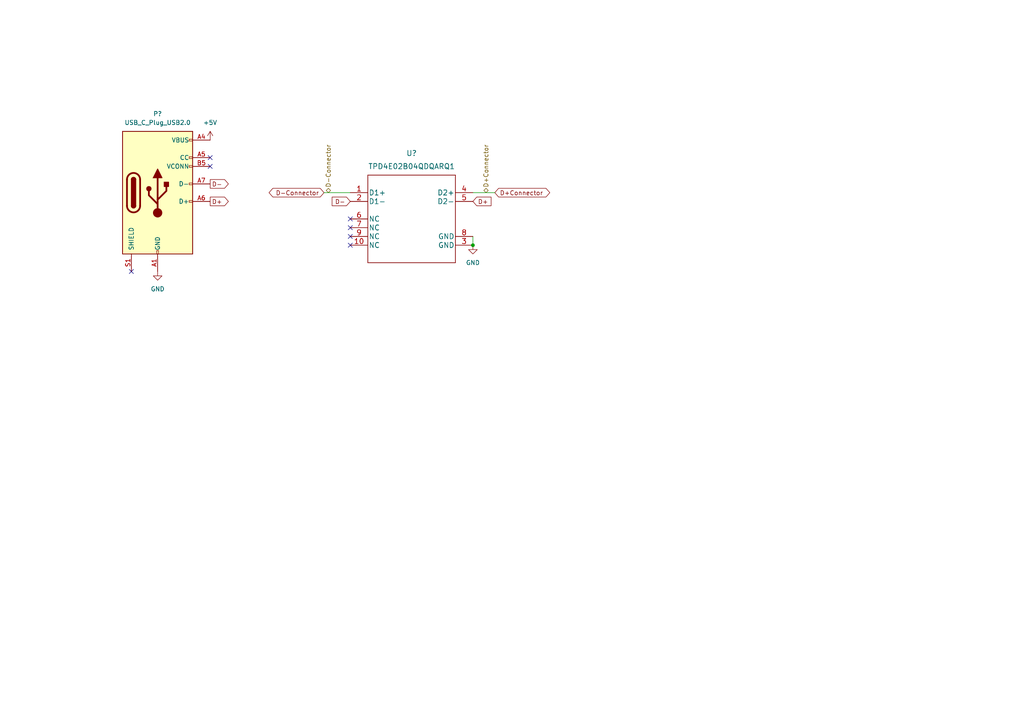
<source format=kicad_sch>
(kicad_sch (version 20211123) (generator eeschema)
  (paper "A4")
  (lib_symbols
    (symbol "Connector:USB_C_Plug_USB2.0" (pin_names (offset 1.016))
      (property "Reference" "P" (at -10.16 19.05 0))
      (property "Value" "USB_C_Plug_USB2.0" (at 12.7 19.05 0))
      (symbol "USB_C_Plug_USB2.0_0_0"
        (rectangle (start -0.254 -17.78) (end 0.254 -16.764))
        (rectangle (start 10.16 -2.286) (end 9.144 -2.794))
        (rectangle (start 10.16 2.794) (end 9.144 2.286))
        (rectangle (start 10.16 7.874) (end 9.144 7.366))
        (rectangle (start 10.16 10.414) (end 9.144 9.906))
        (rectangle (start 10.16 15.494) (end 9.144 14.986))
      )
      (symbol "USB_C_Plug_USB2.0_0_1"
        (rectangle (start -10.16 17.78) (end 10.16 -17.78) (stroke (width 0.254)) (fill (type background)))
        (arc (start -8.89 -3.81) (mid -6.985 -5.715) (end -5.08 -3.81) (stroke (width 0.508)))
        (arc (start -7.62 -3.81) (mid -6.985 -4.445) (end -6.35 -3.81) (stroke (width 0.254)))
        (arc (start -7.62 -3.81) (mid -6.985 -4.445) (end -6.35 -3.81) (stroke (width 0.254)) (fill (type outline)))
        (rectangle (start -7.62 -3.81) (end -6.35 3.81) (stroke (width 0.254)) (fill (type outline)))
        (arc (start -6.35 3.81) (mid -6.985 4.445) (end -7.62 3.81) (stroke (width 0.254)))
        (arc (start -6.35 3.81) (mid -6.985 4.445) (end -7.62 3.81) (stroke (width 0.254)) (fill (type outline)))
        (arc (start -5.08 3.81) (mid -6.985 5.715) (end -8.89 3.81) (stroke (width 0.508)))
        (circle (center -2.54 1.143) (radius 0.635) (stroke (width 0.254)) (fill (type outline)))
        (circle (center 0 -5.842) (radius 1.27) (fill (type outline)))
        (polyline (pts (xy -8.89 -3.81) (xy -8.89 3.81)) (stroke (width 0.508)))
        (polyline (pts (xy -5.08 3.81) (xy -5.08 -3.81)) (stroke (width 0.508)))
        (polyline (pts (xy 0 -5.842) (xy 0 4.318)) (stroke (width 0.508)))
        (polyline (pts (xy 0 -3.302) (xy -2.54 -0.762) (xy -2.54 0.508)) (stroke (width 0.508)))
        (polyline (pts (xy 0 -2.032) (xy 2.54 0.508) (xy 2.54 1.778)) (stroke (width 0.508)))
        (polyline (pts (xy -1.27 4.318) (xy 0 6.858) (xy 1.27 4.318) (xy -1.27 4.318)) (stroke (width 0.254)) (fill (type outline)))
        (rectangle (start 1.905 1.778) (end 3.175 3.048) (stroke (width 0.254)) (fill (type outline)))
      )
      (symbol "USB_C_Plug_USB2.0_1_1"
        (pin passive line (at 0 -22.86 90) (length 5.08) (name "GND") (number "A1"))
        (pin passive line (at 0 -22.86 90) (length 5.08) hide (name "GND") (number "A12"))
        (pin passive line (at 15.24 15.24 180) (length 5.08) (name "VBUS") (number "A4"))
        (pin bidirectional line (at 15.24 10.16 180) (length 5.08) (name "CC") (number "A5"))
        (pin bidirectional line (at 15.24 -2.54 180) (length 5.08) (name "D+") (number "A6"))
        (pin bidirectional line (at 15.24 2.54 180) (length 5.08) (name "D-") (number "A7"))
        (pin passive line (at 15.24 15.24 180) (length 5.08) hide (name "VBUS") (number "A9"))
        (pin passive line (at 0 -22.86 90) (length 5.08) hide (name "GND") (number "B1"))
        (pin passive line (at 0 -22.86 90) (length 5.08) hide (name "GND") (number "B12"))
        (pin passive line (at 15.24 15.24 180) (length 5.08) hide (name "VBUS") (number "B4"))
        (pin bidirectional line (at 15.24 7.62 180) (length 5.08) (name "VCONN") (number "B5"))
        (pin passive line (at 15.24 15.24 180) (length 5.08) hide (name "VBUS") (number "B9"))
        (pin passive line (at -7.62 -22.86 90) (length 5.08) (name "SHIELD") (number "S1"))
      )
    )
    (symbol "TPD4E02B04QDQARQ1:TPD4E02B04QDQARQ1" (pin_names (offset 0.254))
      (property "Reference" "U" (at 0 2.54 0))
      (property "Value" "TPD4E02B04QDQARQ1" (at 0 0 0))
      (symbol "TPD4E02B04QDQARQ1_1_1"
        (polyline (pts (xy -12.7 -12.7) (xy 12.7 -12.7)) (stroke (width 0.2032)))
        (polyline (pts (xy -12.7 12.7) (xy -12.7 -12.7)) (stroke (width 0.2032)))
        (polyline (pts (xy 12.7 -12.7) (xy 12.7 12.7)) (stroke (width 0.2032)))
        (polyline (pts (xy 12.7 12.7) (xy -12.7 12.7)) (stroke (width 0.2032)))
        (pin bidirectional line (at -17.78 7.62 0) (length 5.08) (name "D1+") (number "1"))
        (pin unspecified line (at -17.78 -7.62 0) (length 5.08) (name "NC") (number "10"))
        (pin bidirectional line (at -17.78 5.08 0) (length 5.08) (name "D1-") (number "2"))
        (pin power_in line (at 17.78 -7.62 180) (length 5.08) (name "GND") (number "3"))
        (pin bidirectional line (at 17.78 7.62 180) (length 5.08) (name "D2+") (number "4"))
        (pin bidirectional line (at 17.78 5.08 180) (length 5.08) (name "D2-") (number "5"))
        (pin unspecified line (at -17.78 0 0) (length 5.08) (name "NC") (number "6"))
        (pin unspecified line (at -17.78 -2.54 0) (length 5.08) (name "NC") (number "7"))
        (pin power_in line (at 17.78 -5.08 180) (length 5.08) (name "GND") (number "8"))
        (pin unspecified line (at -17.78 -5.08 0) (length 5.08) (name "NC") (number "9"))
      )
    )
    (symbol "power:+5V" (power) (pin_names (offset 0))
      (property "Value" "+5V" (at 0 3.556 0))
      (symbol "+5V_0_1"
        (polyline (pts (xy -0.762 1.27) (xy 0 2.54)))
        (polyline (pts (xy 0 0) (xy 0 2.54)))
        (polyline (pts (xy 0 2.54) (xy 0.762 1.27)))
      )
      (symbol "+5V_1_1"
        (pin power_in line (at 0 0 90) (length 0) hide (name "+5V") (number "1"))
      )
    )
    (symbol "power:GND" (power) (pin_names (offset 0))
      (property "Value" "GND" (at 0 -3.81 0))
      (symbol "GND_0_1"
        (polyline (pts (xy 0 0) (xy 0 -1.27) (xy 1.27 -1.27) (xy 0 -2.54) (xy -1.27 -1.27) (xy 0 -1.27)))
      )
      (symbol "GND_1_1"
        (pin power_in line (at 0 0 270) (length 0) hide (name "GND") (number "1"))
      )
    )
  )
  (junction (at 137.16 71.12))
  (no_connect (at 38.1 78.74))
  (no_connect (at 101.6 63.5))
  (no_connect (at 101.6 71.12))
  (no_connect (at 60.96 45.72))
  (no_connect (at 60.96 48.26))
  (no_connect (at 101.6 66.04))
  (no_connect (at 101.6 68.58))
  (wire (pts (xy 93.98 55.88) (xy 101.6 55.88)))
  (wire (pts (xy 137.16 68.58) (xy 137.16 71.12)))
  (wire (pts (xy 143.51 55.88) (xy 137.16 55.88)))
  (global_label "D+Connector" (shape bidirectional) (at 143.51 55.88 0) (property "Intersheet References" "${INTERSHEET_REFS}" (effects hide)))
  (global_label "D-" (shape input) (at 101.6 58.42 180) (property "Intersheet References" "${INTERSHEET_REFS}" (effects hide)))
  (global_label "D-Connector" (shape bidirectional) (at 93.98 55.88 180) (property "Intersheet References" "${INTERSHEET_REFS}" (effects hide)))
  (global_label "D+" (shape output) (at 60.96 58.42 0) (property "Intersheet References" "${INTERSHEET_REFS}" (effects hide)))
  (global_label "D+" (shape input) (at 137.16 58.42 0) (property "Intersheet References" "${INTERSHEET_REFS}" (effects hide)))
  (global_label "D-" (shape output) (at 60.96 53.34 0) (property "Intersheet References" "${INTERSHEET_REFS}" (effects hide)))
  (hierarchical_label "D-Connector" (shape bidirectional) (at 95.25 55.88 90))
  (hierarchical_label "D+Connector" (shape bidirectional) (at 140.97 55.88 90))
  (symbol (lib_id "TPD4E02B04QDQARQ1:TPD4E02B04QDQARQ1") (at 119.38 63.5 0) (unit 1)
    (property "Reference" "U?" (at 119.38 44.45 0) (effects (font (size 1.524 1.524))))
    (property "Value" "TPD4E02B04QDQARQ1" (at 119.38 48.26 0) (effects (font (size 1.524 1.524))))
    (property "Footprint" "footprints:TPD4E02B04QDQARQ1" (effects hide))
  )
  (symbol (lib_id "power:+5V") (at 60.96 40.64 0) (unit 1)
    (property "Reference" "#PWR?" (effects hide))
    (property "Value" "+5V" (at 60.96 35.56 0))
  )
  (symbol (lib_id "power:GND") (at 45.72 78.74 0) (unit 1)
    (property "Reference" "#PWR?" (effects hide))
    (property "Value" "GND" (at 45.72 83.82 0))
  )
  (symbol (lib_id "power:GND") (at 137.16 71.12 0) (unit 1)
    (property "Reference" "#PWR?" (effects hide))
    (property "Value" "GND" (at 137.16 76.2 0))
  )
  (symbol (lib_id "Connector:USB_C_Plug_USB2.0") (at 45.72 55.88 0) (unit 1)
    (property "Reference" "P?" (at 45.72 33.02 0))
    (property "Value" "USB_C_Plug_USB2.0" (at 45.72 35.56 0))
    (property "Datasheet" "https://www.usb.org/sites/default/files/documents/usb_type-c.zip" (effects hide))
  )
)
</source>
